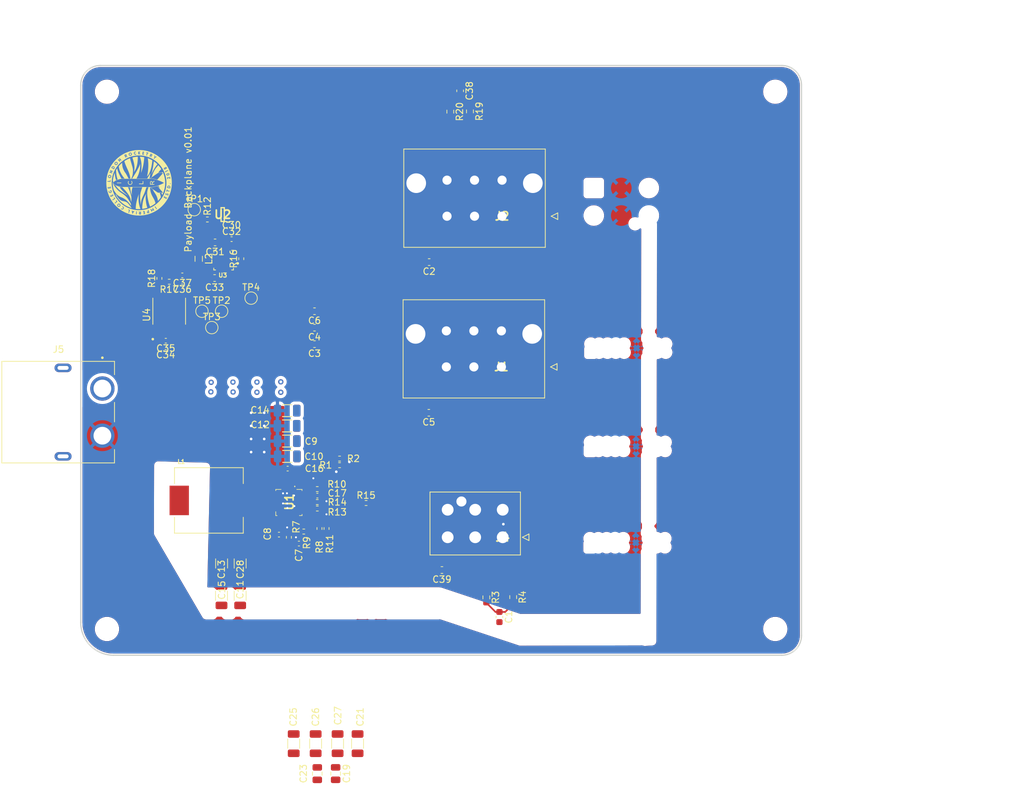
<source format=kicad_pcb>
(kicad_pcb (version 20240108) (generator "pcbnew") (generator_version "8.0")
  (layers (0 "F.Cu" signal) (1 "In1.Cu" power) (2 "In2.Cu" power) (31 "B.Cu" signal) (34 "B.Paste" user) (35 "F.Paste" user) (36 "B.SilkS" user "B.Silkscreen") (37 "F.SilkS" user "F.Silkscreen") (38 "B.Mask" user) (39 "F.Mask" user) (44 "Edge.Cuts" user))
  (net 0 "")
  (net 1 "GND")
  (net 2 "/buckC/VDD")
  (net 3 "Net-(U1-V_DRV)")
  (net 4 "+12V")
  (net 5 "+3.3V")
  (net 6 "/buckC/BOOT")
  (net 7 "Net-(C17-Pad2)")
  (net 8 "/buckC/SW")
  (net 9 "/buckC/EN")
  (net 10 "/BuckPGOOD")
  (net 11 "/buckC/PGOOD")
  (net 12 "/buckC/FB")
  (net 13 "/buckC/PHASE")
  (net 14 "Net-(U1-MODE_2)")
  (net 15 "Net-(U1-_MODE_1)")
  (net 19 "Net-(C1-Pad1)")
  (net 20 "/power/BBIN")
  (net 21 "/power/BIAS")
  (net 22 "/power/BBOUT")
  (net 23 "+3V3")
  (net 24 "Net-(C38-Pad2)")
  (net 25 "CAN_L")
  (net 26 "CAN_H")
  (net 27 "/power/LX1")
  (net 28 "/power/LX2")
  (net 29 "Net-(U2-ST)")
  (net 30 "VBUS")
  (net 31 "/power/SEL")
  (net 32 "/power/FBIn")
  (net 33 "RBUS_uC_V")
  (net 34 "/buckC/BUCK_EN")
  (footprint "Capacitor_SMD:C_1206_3216Metric" (layer "F.Cu") (at 126.2 161.5 90)
    (property "Reference" "C27")
    (property "Value" "DNP" (hide yes))
  )
  (footprint "Capacitor_SMD:C_0603_1608Metric" (layer "F.Cu") (at 107.429109 90.4355 180)
    (property "Reference" "C33")
    (property "Value" "22uF" (hide yes))
  )
  (footprint "Capacitor_SMD:C_0402_1005Metric" (layer "F.Cu") (at 117.253 129.595 180)
    (property "Reference" "C8")
    (property "Value" "4.7uF" (hide yes))
  )
  (footprint "TestPoint:TestPoint_Pad_D1.5mm" (layer "F.Cu") (at 113 93.5)
    (property "Reference" "TP4")
    (property "Value" "TestPoint" (hide yes))
  )
  (footprint "TestPoint:TestPoint_Pad_D1.5mm" (layer "F.Cu") (at 107 98)
    (property "Reference" "TP3")
    (property "Value" "TestPoint" (hide yes))
  )
  (footprint "Capacitor_SMD:C_0603_1608Metric" (layer "F.Cu") (at 140.175 88 180)
    (property "Reference" "C2")
    (property "Value" "C_Small")
  )
  (footprint "iclr:46010-06YY" (layer "F.Cu") (at 151.3 81)
    (property "Reference" "J2")
    (property "Value" "46010-0622" (hide yes))
  )
  (footprint "Resistor_SMD:R_0402_1005Metric" (layer "F.Cu") (at 99 90.49 90)
    (property "Reference" "R18")
    (property "Value" "10k" (hide yes))
  )
  (footprint "iclr:AMASS_XT60PW-F" (layer "F.Cu") (at 90.3 110.9 -90)
    (property "Reference" "J5")
    (property "Value" "XT60PW-F" (hide yes))
  )
  (footprint "Resistor_SMD:R_0402_1005Metric" (layer "F.Cu") (at 126.5 118)
    (property "Reference" "R2")
    (property "Value" "2.2k" (hide yes))
  )
  (footprint "Capacitor_SMD:C_0603_1608Metric" (layer "F.Cu") (at 122.675 100.52 180)
    (property "Reference" "C3")
    (property "Value" "C_Small")
  )
  (footprint "iclr:SOIC127P599X175-9N" (layer "F.Cu") (at 100.5 95.5 90)
    (property "Reference" "U4")
    (property "Value" "SC4215" (hide yes))
  )
  (footprint "Resistor_SMD:R_0603_1608Metric" (layer "F.Cu") (at 153 139.135 -90)
    (property "Reference" "R4")
    (property "Value" "60.4" (hide yes))
  )
  (footprint "Capacitor_SMD:C_0402_1005Metric" (layer "F.Cu") (at 102.48 91 180)
    (property "Reference" "C36")
    (property "Value" "10uF" (hide yes))
  )
  (footprint "Resistor_SMD:R_0402_1005Metric" (layer "F.Cu") (at 123.103 125.615)
    (property "Reference" "R13")
    (property "Value" "200k" (hide yes))
  )
  (footprint "iclr:CONV_MAX77827AEFD+T" (layer "F.Cu") (at 108.8 87.7 180)
    (property "Reference" "U3")
    (property "Value" "MAX77827AEFD+T" (hide yes))
  )
  (footprint "Capacitor_SMD:C_0805_2012Metric" (layer "F.Cu") (at 125.9 166.07 -90)
    (property "Reference" "C19")
    (property "Value" "DNP" (hide yes))
  )
  (footprint "Capacitor_SMD:C_1206_3216Metric" (layer "F.Cu") (at 119.5 161.5 90)
    (property "Reference" "C25")
    (property "Value" "DNP" (hide yes))
  )
  (footprint "Resistor_SMD:R_0402_1005Metric" (layer "F.Cu") (at 124.513 128.665 90)
    (property "Reference" "R11")
    (property "Value" "90k" (hide yes))
  )
  (footprint "Capacitor_SMD:C_0805_2012Metric" (layer "F.Cu") (at 123.1 166.075 -90)
    (property "Reference" "C23")
    (property "Value" "DNP" (hide yes))
  )
  (footprint "Resistor_SMD:R_0402_1005Metric" (layer "F.Cu") (at 100.5 91 180)
    (property "Reference" "R17")
    (property "Value" "56k" (hide yes))
  )
  (footprint "Capacitor_SMD:C_1206_3216Metric" (layer "F.Cu") (at 129.25 161.5 90)
    (property "Reference" "C21")
    (property "Value" "DNP" (hide yes))
  )
  (footprint "Capacitor_SMD:C_1206_3216Metric" (layer "F.Cu") (at 111.33 138.925 -90)
    (property "Reference" "C28")
    (property "Value" "47uF" (hide yes))
  )
  (footprint "Capacitor_SMD:C_1206_3216Metric" (layer "F.Cu") (at 111.33 134.005 90)
    (property "Reference" "C11")
    (property "Value" "47uF" (hide yes))
  )
  (footprint "Capacitor_SMD:C_1206_3216Metric" (layer "F.Cu") (at 108.48 138.925 -90)
    (property "Reference" "C13")
    (property "Value" "47uF" (hide yes))
  )
  (footprint "Capacitor_SMD:C_1206_3216Metric" (layer "F.Cu") (at 118.51 115.33 180)
    (property "Reference" "C18" (hide yes))
    (property "Value" "DNP" (hide yes))
  )
  (footprint "MountingHole:MountingHole_3.2mm_M3" (layer "F.Cu") (at 193 144)
    (property "Reference" "H3" (hide yes))
    (property "Value" "MountingHole" (hide yes))
  )
  (footprint "Resistor_SMD:R_0402_1005Metric" (layer "F.Cu") (at 126.5 119 180)
    (property "Reference" "R1")
    (property "Value" "1.5k" (hide yes))
  )
  (footprint "Capacitor_SMD:C_0402_1005Metric" (layer "F.Cu") (at 99.96 101 180)
    (property "Reference" "C34")
    (property "Value" "10uF" (hide yes))
  )
  (footprint "Resistor_SMD:R_0402_1005Metric" (layer "F.Cu") (at 121.039194 129.132159)
    (property "Reference" "R9")
    (property "Value" "10k" (hide yes))
  )
  (footprint "Capacitor_SMD:C_1206_3216Metric" (layer "F.Cu") (at 118.523 117.655 180)
    (property "Reference" "C10")
    (property "Value" "47uF" (hide yes))
  )
  (footprint "Resistor_SMD:R_0402_1005Metric" (layer "F.Cu") (at 111.5 87.49 90)
    (property "Reference" "R16")
    (property "Value" "14k" (hide yes))
  )
  (footprint "Capacitor_SMD:C_0402_1005Metric" (layer "F.Cu") (at 118.58 119.52 180)
    (property "Reference" "C16")
    (property "Value" "100nF" (hide yes))
  )
  (footprint "Capacitor_SMD:C_0603_1608Metric" (layer "F.Cu") (at 107.5 85 180)
    (property "Reference" "C31")
    (property "Value" "10uF" (hide yes))
  )
  (footprint "Capacitor_SMD:C_0402_1005Metric" (layer "F.Cu") (at 102.5 90.03 180)
    (property "Reference" "C37")
    (property "Value" "0.1uF" (hide yes))
  )
  (footprint "Capacitor_SMD:C_0402_1005Metric" (layer "F.Cu") (at 110.02 84.5)
    (property "Reference" "C32")
    (property "Value" "1uF" (hide yes))
  )
  (footprint "Capacitor_SMD:C_0603_1608Metric" (layer "F.Cu") (at 142.125 135 180)
    (property "Reference" "C39")
    (property "Value" "C_Small")
  )
  (footprint "Capacitor_SMD:C_1206_3216Metric" (layer "F.Cu") (at 108.5 134 90)
    (property "Reference" "C15")
    (property "Value" "47uF" (hide yes))
  )
  (footprint "Resistor_SMD:R_0402_1005Metric" (layer "F.Cu") (at 118.763 130.01 90)
    (property "Reference" "R7")
    (property "Value" "10k" (hide yes))
  )
  (footprint "Capacitor_SMD:C_0402_1005Metric" (layer "F.Cu") (at 99.98 100 180)
    (property "Reference" "C35")
    (property "Value" "4.7uF" (hide yes))
  )
  (footprint "Capacitor_SMD:C_1206_3216Metric" (layer "F.Cu") (at 122.85 161.5 90)
    (property "Reference" "C26")
    (property "Value" "DNP" (hide yes))
  )
  (footprint "Capacitor_SMD:C_1206_3216Metric" (layer "F.Cu") (at 118.49 113 180)
    (property "Reference" "C12")
    (property "Value" "DNP" (hide yes))
  )
  (footprint "Capacitor_SMD:C_1206_3216Metric" (layer "F.Cu") (at 118.495 110.68 180)
    (property "Reference" "C24" (hide yes))
    (property "Value" "DNP" (hide yes))
  )
  (footprint "TestPoint:TestPoint_Pad_D1.5mm" (layer "F.Cu") (at 105.5 95.5)
    (property "Reference" "TP5")
    (property "Value" "TestPoint" (hide yes))
  )
  (footprint "Resistor_SMD:R_0603_1608Metric" (layer "F.Cu") (at 146.4 65 -90)
    (property "Reference" "R19")
    (property "Value" "60.4")
  )
  (footprint "iclr:IND_SPM10065VT-3R3M-D" (layer "F.Cu") (at 106.555 124.38)
    (property "Reference" "L1")
    (property "Value" "1.5uH")
  )
  (footprint "Resistor_SMD:R_0402_1005Metric" (layer "F.Cu") (at 123.093 122.655)
    (property "Reference" "R10")
    (property "Value" "2.2" (hide yes))
  )
  (footprint "Resistor_SMD:R_0402_1005Metric" (layer "F.Cu") (at 123.093 124.635)
    (property "Reference" "R14")
    (property "Value" "100k" (hide yes))
  )
  (footprint "Capacitor_SMD:C_0603_1608Metric" (layer "F.Cu") (at 122.675 95.5 180)
    (property "Reference" "C6")
    (property "Value" "C_Small")
  )
  (footprint "MountingHole:MountingHole_3.2mm_M3" (layer "F.Cu") (at 91 144)
    (property "Reference" "H4" (hide yes))
    (property "Value" "MountingHole" (hide yes))
  )
  (footprint "MountingHole:MountingHole_3.2mm_M3" (layer "F.Cu") (at 91 62)
    (property "Reference" "H1" (hide yes))
    (property "Value" "MountingHole" (hide yes))
  )
  (footprint "Capacitor_SMD:C_0402_1005Metric" (layer "F.Cu") (at 120.298231 130.961699 180)
    (property "Reference" "C7")
    (property "Value" "1uF" (hide yes))
  )
  (footprint "iclr:SiC437BEDT1GE3" (layer "F.Cu") (at 118.769 124.694 -90)
    (property "Reference" "U1")
    (property "Value" "SiC437BED-T1-GE3" (hide yes))
  )
  (footprint "Capacitor_SMD:C_1206_3216Metric" (layer "F.Cu") (at 118.49 113 180)
    (property "Reference" "C22" (hide yes))
    (property "Value" "DNP" (hide yes))
  )
  (footprint "Capacitor_SMD:C_0603_1608Metric" (layer "F.Cu") (at 144.9 61.865 -90)
    (property "Reference" "C38")
    (property "Value" "C_Small" (hide yes))
  )
  (footprint "Resistor_SMD:R_0603_1608Metric" (layer "F.Cu") (at 143.4 65.04 -90)
    (property "Reference" "R20")
    (property "Value" "60.4")
  )
  (footprint "iclr:iclr_logo_estd2018_10mm" (layer "F.Cu") (at 95.9 75.9 90)
    (property "Reference" "LOGO1" (hide yes))
    (property "Value" "ICLR LOGO" (hide yes))
  )
  (footprint "Resistor_SMD:R_0402_1005Metric" (layer "F.Cu") (at 123.433 128.665 90)
    (property "Reference" "R8")
    (property "Value" "90k" (hide yes))
  )
  (footprint "Resistor_SMD:R_0402_1005Metric" (layer "F.Cu") (at 106.324 81.5)
    (property "Reference" "R12")
    (property "Value" "10k" (hide yes))
  )
  (footprint "Resistor_SMD:R_0603_1608Metric" (layer "F.Cu") (at 148.9 139.175 -90)
    (property "Reference" "R3")
    (property "Value" "60.4" (hide yes))
  )
  (footprint "Inductor_SMD:L_0805_2012Metric" (layer "F.Cu") (at 105 87.5 -90)
    (property "Reference" "L2")
    (property "Value" "1uH" (hide yes))
  )
  (footprint "Capacitor_SMD:C_0603_1608Metric" (layer "F.Cu") (at 140.125 111 180)
    (property "Reference" "C5")
    (property "Value" "C_Small")
  )
  (footprint "iclr:SOTFL50P160X60-8N" (layer "F.Cu") (at 108.662 80.75 180)
    (property "Reference" "U2")
    (property "Value" "LM66200DRLR" (hide yes))
  )
  (footprint "Capacitor_SMD:C_1206_3216Metric" (layer "F.Cu") (at 118.51 115.33 180)
    (property "Reference" "C9")
    (property "Value" "47uF" (hide yes))
  )
  (footprint "TestPoint:TestPoint_Pad_D1.5mm" (layer "F.Cu") (at 108.5 95.5)
    (property "Reference" "TP2")
    (property "Value" "TestPoint" (hide yes))
  )
  (footprint "iclr:46010-06YY" (layer "F.Cu") (at 151.2 104)
    (property "Reference" "J1")
    (property "Value" "46010-0622" (hide yes))
  )
  (footprint "Capacitor_SMD:C_0603_1608Metric" (layer "F.Cu") (at 150.9 142.175 -90)
    (property "Reference" "C1")
    (property "Value" "C_Small" (hide yes))
  )
  (footprint "Capacitor_SMD:C_0402_1005Metric" (layer "F.Cu") (at 110 83.5)
    (property "Reference" "C30")
    (property "Value" "10uF" (hide yes))
  )
  (footprint "Capacitor_SMD:C_0402_1005Metric" (layer "F.Cu") (at 123.113 123.645)
    (property "Reference" "C17")
    (property "Value" "0.1uF" (hide yes))
  )
  (footprint "iclr:212520-1006" (layer "F.Cu") (at 151.4 130)
    (property "Reference" "J4")
    (property "Value" "212520-1006" (hide yes))
  )
  (footprint "TestPoint:TestPoint_Pad_D1.5mm" (layer "F.Cu") (at 104.324 80)
    (property "Reference" "TP1")
    (property "Value" "TestPoint" (hide yes))
  )
  (footprint "Resistor_SMD:R_0402_1005Metric" (layer "F.Cu") (at 130.548 124.775)
    (property "Reference" "R15")
    (property "Value" "10k" (hide yes))
  )
  (footprint "Capacitor_SMD:C_0603_1608Metric" (layer "F.Cu") (at 122.675 98.01 180)
    (property "Reference" "C4")
    (property "Value" "C_Small")
  )
  (footprint "MountingHole:MountingHole_3.2mm_M3" (layer "F.Cu") (at 193 62)
    (property "Reference" "H2" (hide yes))
    (property "Value" "MountingHole" (hide yes))
  )
  (footprint "Capacitor_SMD:C_1206_3216Metric" (layer "F.Cu") (at 118.523 117.655 180)
    (property "Reference" "C20" (hide yes))
    (property "Value" "DNP" (hide yes))
  )
  (footprint "Capacitor_SMD:C_1206_3216Metric" (layer "F.Cu") (at 118.495 110.68 180)
    (property "Reference" "C14")
    (property "Value" "DNP" (hide yes))
  )
  (gr_line (start 151.4 98.5) (end 150.9 98.5) (stroke (width 0.2)) (layer "F.Cu") (net 4))
  (gr_arc (start 197 145) (mid 196.12132 147.12132) (end 194 148) (stroke (width 0.2)) (layer "Edge.Cuts"))
  (gr_line (start 87 61) (end 87 143) (stroke (width 0.2)) (layer "Edge.Cuts"))
  (gr_line (start 197 61) (end 197 145) (stroke (width 0.2)) (layer "Edge.Cuts"))
  (gr_line (start 194 148) (end 92 148) (stroke (width 0.2)) (layer "Edge.Cuts"))
  (gr_arc (start 92 148) (mid 88.464467 146.535534) (end 87 143) (stroke (width 0.2)) (layer "Edge.Cuts"))
  (gr_arc (start 87 61) (mid 87.87868 58.87868) (end 90 58) (stroke (width 0.2)) (layer "Edge.Cuts"))
  (gr_arc (start 194 58) (mid 196.12132 58.87868) (end 197 61) (stroke (width 0.2)) (layer "Edge.Cuts"))
  (gr_line (start 90 58) (end 194 58) (stroke (width 0.2)) (layer "Edge.Cuts"))
  (gr_text "Payload Backplane v0.01" (at 103.4 76.9 90) (layer "F.SilkS") (effects (font (size 1 1))))
  (segment (start 119.600431 125.237431) (end 119.600431 125.242953) (width 0.25) (layer "F.Cu") (net 1))
  (segment (start 120.523 128.023) (end 120.523 129) (width 0.25) (layer "F.Cu") (net 1))
  (segment (start 123.738 124.5) (end 123.603 124.635) (width 0.25) (layer "F.Cu") (net 1))
  (segment (start 151.2 104) (end 151.4 104) (width 0.25) (layer "F.Cu") (net 1))
  (segment (start 119.600431 125.242953) (end 119.605953 125.242953) (width 0.25) (layer "F.Cu") (net 1))
  (segment (start 119.588 125.225) (end 119.600431 125.237431) (width 0.25) (layer "F.Cu") (net 1))
  (segment (start 119.663 125.3) (end 119.663 126.675) (width 0.25) (layer "F.Cu") (net 1))
  (segment (start 124.5 124.5) (end 123.738 124.5) (width 0.25) (layer "F.Cu") (net 1))
  (segment (start 151.6 104.2) (end 151.6 104) (width 0.2) (layer "F.Cu") (net 1))
  (segment (start 151.3 81) (end 151.4 81) (width 0.25) (layer "F.Cu") (net 1))
  (segment (start 119.605953 125.242953) (end 119.663 125.3) (width 0.25) (layer "F.Cu") (net 1))
  (segment (start 119.663 126.675) (end 119.663 127.163) (width 0.25) (layer "F.Cu") (net 1))
  (segment (start 119.663 127.163) (end 120.523 128.023) (width 0.25) (layer "F.Cu") (net 1))
  (via (at 113 111) (size 0.8) (drill 0.4) (layers "F.Cu" "B.Cu") (net 1))
  (via (at 115 113) (size 0.8) (drill 0.4) (layers "F.Cu" "B.Cu") (net 1))
  (via (at 119.600431 125.242953) (size 0.45) (drill 0.3) (layers "F.Cu" "B.Cu") (net 1))
  (via (at 115 115) (size 0.8) (drill 0.4) (layers "F.Cu" "B.Cu") (net 1))
  (via (at 115 111) (size 0.8) (drill 0.4) (layers "F.Cu" "B.Cu") (net 1))
  (via (at 113 115) (size 0.8) (drill 0.4) (layers "F.Cu" "B.Cu") (net 1))
  (via (at 113 113) (size 0.8) (drill 0.4) (layers "F.Cu" "B.Cu") (net 1))
  (via (at 118.472292 123.286483) (size 0.45) (drill 0.3) (layers "F.Cu" "B.Cu") (net 1))
  (via (at 115 117) (size 0.8) (drill 0.4) (layers "F.Cu" "B.Cu") (net 1))
  (via (at 117.872367 123.296826) (size 0.45) (drill 0.3) (layers "F.Cu" "B.Cu") (net 1))
  (via (at 118.503323 124.8587) (size 0.45) (drill 0.3) (layers "F.Cu" "B.Cu") (net 1))
  (via (at 118.534353 125.541374) (size 0.45) (drill 0.3) (layers "F.Cu" "B.Cu") (net 1))
  (via (at 117.872367 124.838013) (size 0.45) (drill 0.3) (layers "F.Cu" "B.Cu") (net 1))
  (via (at 124.5 124.5) (size 0.45) (drill 0.3) (layers "F.Cu" "B.Cu") (net 1))
  (via (at 113 117) (size 0.8) (drill 0.4) (layers "F.Cu" "B.Cu") (net 1))
  (segment (start 123.757047 125.242953) (end 124.5 124.5) (width 0.25) (layer "B.Cu") (net 1))
  (segment (start 119.600431 125.242953) (end 123.757047 125.242953) (width 0.25) (layer "B.Cu") (net 1))
  (segment (start 119.818231 129.981699) (end 119.844015 130.005399) (width 0.25) (layer "F.Cu") (net 2))
  (segment (start 119.818231 130.5) (end 119.798231 130.52) (width 0.25) (layer "F.Cu") (net 2))
  (segment (start 119.818231 128.862231) (end 119.818231 130.5) (width 0.25) (layer "F.Cu") (net 2))
  (segment (start 119.798231 130.52) (end 118.763 130.52) (width 0.25) (layer "F.Cu") (net 2))
  (segment (start 119.213 128.257) (end 119.818231 128.862231) (width 0.25) (layer "F.Cu") (net 2))
  (segment (start 119.844015 130.005399) (end 119.818231 130.961699) (width 0.25) (layer "F.Cu") (net 2))
  (segment (start 123.613 125.615) (end 123.615 125.615) (width 0.25) (layer "F.Cu") (net 2))
  (segment (start 119.213 126.675) (end 119.213 128.257) (width 0.25) (layer "F.Cu") (net 2))
  (segment (start 123.615 125.615) (end 124.5 126.5) (width 0.25) (layer "F.Cu") (net 2))
  (via (at 124.5 126.5) (size 0.45) (drill 0.3) (layers "F.Cu" "B.Cu") (net 2))
  (via (at 119.844015 130.005399) (size 0.45) (drill 0.3) (layers "F.Cu" "B.Cu") (net 2))
  (segment (start 120.994601 130.005399) (end 124.5 126.5) (width 0.25) (layer "B.Cu") (net 2))
  (segment (start 119.844015 130.005399) (end 120.994601 130.005399) (width 0.25) (layer "B.Cu") (net 2))
  (segment (start 116.773 128.996638) (end 117.863 127.906638) (width 0.25) (layer "F.Cu") (net 3))
  (segment (start 116.773 129.595) (end 116.773 128.996638) (width 0.25) (layer "F.Cu") (net 3))
  (segment (start 117.863 127.906638) (end 117.863 126.675) (width 0.25) (layer "F.Cu") (net 3))
  (segment (start 119.588 123.513) (end 119.588 123.563) (width 0.25) (layer "F.Cu") (net 4))
  (segment (start 151.4 75.5) (end 152.9 77) (width 0.25) (layer "F.Cu") (net 4))
  (segment (start 152.9 97) (end 151.4 98.5) (width 0.25) (layer "F.Cu") (net 4))
  (segment (start 120.188 124.163) (end 119.588 123.563) (width 0.25) (layer "F.Cu") (net 4))
  (segment (start 151.4 125.8) (end 151.4 127.9) (width 0.25) (layer "F.Cu") (net 4))
  (segment (start 151.4 98.5) (end 151.2 98.5) (width 0.25) (layer "F.Cu") (net 4))
  (segment (start 122.101 121) (end 119.588 123.513) (width 0.25) (layer "F.Cu") (net 4))
  (segment (start 153.4 100.7) (end 153.4 118) (width 0.25) (layer "F.Cu") (net 4))
  (segment (start 151.4 127.9) (end 151.5 128) (width 0.25) (layer "F.Cu") (net 4))
  (segment (start 120.775 124.163) (end 120.188 124.163) (width 0.25) (layer "F.Cu") (net 4))
  (segment (start 151.4 120) (end 151.4 125.8) (width 0.25) (layer "F.Cu") (net 4))
  (segment (start 153.4 118) (end 151.4 120) (width 0.25) (layer "F.Cu") (net 4))
  (segment (start 122.5 121) (end 122.101 121) (width 0.25) (layer "F.Cu") (net 4))
  (segment (start 152.9 77) (end 152.9 97) (width 0.25) (layer "F.Cu") (net 4))
  (segment (start 151.3 75.5) (end 151.4 75.5) (width 0.25) (layer "F.Cu") (net 4))
  (segment (start 151.2 98.5) (end 153.4 100.7) (width 0.25) (layer "F.Cu") (net 4))
  (via (at 119.558363 123.627819) (size 0.45) (drill 0.3) (layers "F.Cu" "B.Cu") (net 4))
  (via (at 117.53 106.28) (size 0.8) (drill 0.4) (layers "F.Cu" "B.Cu") (net 4))
  (via (at 151.5 128) (size 0.8) (drill 0.4) (layers "F.Cu" "B.Cu") (net 4))
  (via (at 110.25 107.83) (size 0.8) (drill 0.4) (layers "F.Cu" "B.Cu") (net 4))
  (via (at 122.5 121) (size 0.45) (drill 0.3) (layers "F.Cu" "B.Cu") (net 4))
  (via (at 106.9 106.35) (size 0.8) (drill 0.4) (layers "F.Cu" "B.Cu") (net 4))
  (via (at 110.23 106.32) (size 0.8) (drill 0.4) (layers "F.Cu" "B.Cu") (net 4))
  (via (at 117.53 107.87) (size 0.8) (drill 0.4) (layers "F.Cu" "B.Cu") (net 4))
  (via (at 106.86 107.81) (size 0.8) (drill 0.4) (layers "F.Cu" "B.Cu") (net 4))
  (via (at 113.89 106.32) (size 0.8) (drill 0.4) (layers "F.Cu" "B.Cu") (net 4))
  (via (at 113.89 107.87) (size 0.8) (drill 0.4) (layers "F.Cu" "B.Cu") (net 4))
  (segment (start 130.5 128) (end 151.5 128) (width 0.25) (layer "B.Cu") (net 4))
  (segment (start 122.5 121) (end 123.5 121) (width 0.25) (layer "B.Cu") (net 4))
  (segment (start 123.5 121) (end 130.5 128) (width 0.25) (layer "B.Cu") (net 4))
  (segment (start 140.9 83) (end 142.95 80.95) (width 0.25) (layer "F.Cu") (net 5))
  (segment (start 123.433 128.155) (end 124.513 128.155) (width 0.25) (layer "F.Cu") (net 5))
  (segment (start 142.5 104.1) (end 140.9 102.5) (width 0.25) (layer "F.Cu") (net 5))
  (segment (start 142.9 130.1) (end 143 130) (width 0.1) (layer "F.Cu") (net 5))
  (segment (start 140.9 102.5) (end 140.9 83) (width 0.25) (layer "F.Cu") (net 5))
  (segment (start 120.775 126.213) (end 121.491 126.213) (width 0.25) (layer "F.Cu") (net 5))
  (segment (start 140.9 105.9) (end 140.9 127.9) (width 0.25) (layer "F.Cu") (net 5))
  (segment (start 121.491 126.213) (end 123.433 128.155) (width 0.25) (layer "F.Cu") (net 5))
  (segment (start 142.9 135) (end 142.9 130.1) (width 0.25) (layer "F.Cu") (net 5))
  (segment (start 140.9 127.9) (end 143 130) (width 0.25) (layer "F.Cu") (net 5))
  (segment (start 142.8 104) (end 140.9 105.9) (width 0.25) (layer "F.Cu") (net 5))
  (segment (start 122.565 123.713) (end 120.775 123.713) (width 0.25) (layer "F.Cu") (net 6))
  (segment (start 122.633 123.645) (end 122.565 123.713) (width 0.25) (layer "F.Cu") (net 6))
  (segment (start 118.763 128.237) (end 118.5 128.5) (width 0.25) (layer "F.Cu") (net 11))
  (segment (start 125.99 119.99) (end 126 120) (width 0.25) (layer "F.Cu") (net 11))
  (segment (start 118.763 128.763) (end 118.763 129.5) (width 0.25) (layer "F.Cu") (net 11))
  (segment (start 118.763 126.675) (end 118.763 128.237) (width 0.25) (layer "F.Cu") (net 11))
  (segment (start 118.5 128.5) (end 118.763 128.763) (width 0.25) (layer "F.Cu") (net 11))
  (segment (start 125.99 119) (end 125.99 119.99) (width 0.25) (layer "F.Cu") (net 11))
  (via (at 118.5 128.5) (size 0.45) (drill 0.3) (layers "F.Cu" "B.Cu") (net 11))
  (via (at 126 120) (size 0.8) (drill 0.4) (layers "F.Cu" "B.Cu") (net 11))
  (via (at 128 118.5) (size 0.8) (drill 0.4) (layers "F.Cu" "B.Cu") (net 11))
  (segment (start 114 128.5) (end 118.5 128.5) (width 0.25) (layer "B.Cu") (net 11))
  (segment (start 114 124.5) (end 114 128.5) (width 0.25) (layer "B.Cu") (net 11))
  (segment (start 118.5 120) (end 114 124.5) (width 0.25) (layer "B.Cu") (net 11))
  (segment (start 126 120) (end 118.5 120) (width 0.25) (layer "B.Cu") (net 11))
  (segment (start 120.113 126.675) (end 120.175 126.675) (width 0.25) (layer "F.Cu") (net 12))
  (segment (start 120.175 126.675) (end 121.543 128.043) (width 0.25) (layer "F.Cu") (net 12))
  (segment (start 121.592035 129.175) (end 121.549194 129.132159) (width 0.25) (layer "F.Cu") (net 12))
  (segment (start 121.543 128.043) (end 121.543 129) (width 0.25) (layer "F.Cu") (net 12))
  (segment (start 124.513 129.175) (end 121.592035 129.175) (width 0.25) (layer "F.Cu") (net 12))
  (segment (start 121.975 123.263) (end 122.583 122.655) (width 0.25) (layer "F.Cu") (net 13))
  (segment (start 120.775 123.263) (end 121.975 123.263) (width 0.25) (layer "F.Cu") (net 13))
  (segment (start 122.593 125.615) (end 122.291 125.313) (width 0.25) (layer "F.Cu") (net 14))
  (segment (start 122.291 125.313) (end 120.775 125.313) (width 0.25) (layer "F.Cu") (net 14))
  (segment (start 121.003 124.635) (end 120.775 124.863) (width 0.25) (layer "F.Cu") (net 15))
  (segment (start 122.583 124.635) (end 121.003 124.635) (width 0.25) (layer "F.Cu") (net 15))
  (segment (start 150.3 141.4) (end 148.9 140) (width 0.25) (layer "F.Cu") (net 19))
  (segment (start 151.775 141.4) (end 153.215 139.96) (width 0.25) (layer "F.Cu") (net 19))
  (segment (start 150.9 141.4) (end 150.3 141.4) (width 0.25) (layer "F.Cu") (net 19))
  (segment (start 150.9 141.4) (end 151.775 141.4) (width 0.25) (layer "F.Cu") (net 19))
  (segment (start 146.4 64.175) (end 146.4 64.14) (width 0.1) (layer "F.Cu") (net 24))
  (segment (start 146.4 64.14) (end 144.9 62.64) (width 0.25) (layer "F.Cu") (net 24))
  (segment (start 144.9 62.715) (end 144.9 62.64) (width 0.1) (layer "F.Cu") (net 24))
  (segment (start 143.4 64.215) (end 144.9 62.715) (width 0.25) (layer "F.Cu") (net 24))
  (segment (start 147.1 65.925) (end 147.1 75.5) (width 0.25) (layer "F.Cu") (net 25))
  (segment (start 147 65.825) (end 147.1 65.925) (width 0.25) (layer "F.Cu") (net 25))
  (segment (start 146.4 65.825) (end 147 65.825) (width 0.25) (layer "F.Cu") (net 25))
  (segment (start 147.2 119.8) (end 147.2 125.8) (width 0.25) (layer "F.Cu") (net 25))
  (segment (start 148.9 97) (end 147.4 98.5) (width 0.2) (layer "F.Cu") (net 25))
  (segment (start 147.4 75.5) (end 148.9 77) (width 0.2) (layer "F.Cu") (net 25))
  (segment (start 147 98.5) (end 148.9 100.4) (width 0.25) (layer "F.Cu") (net 25))
  (segment (start 147.1 75.5) (end 147.4 75.5) (width 0.25) (layer "F.Cu") (net 25))
  (segment (start 148.9 100.4) (end 148.9 118.1) (width 0.25) (layer "F.Cu") (net 25))
  (segment (start 149.4 128) (end 149.4 136.175) (width 0.25) (layer "F.Cu") (net 25))
  (segment (start 147 98.5) (end 147.4 98.5) (width 0.25) (layer "F.Cu") (net 25))
  (segment (start 149.4 136.175) (end 151.535 138.31) (width 0.25) (layer "F.Cu") (net 25))
  (segment (start 151.535 138.31) (end 153 138.31) (width 0.25) (layer "F.Cu") (net 25))
  (segment (start 148.9 118.1) (end 147.2 119.8) (width 0.25) (layer "F.Cu") (net 25))
  (segment (start 148.9 97) (end 148.9 77) (width 0.2) (layer "F.Cu") (net 25))
  (segment (start 147.4 75.5) (end 148.4 76.5) (width 0.25) (layer "F.Cu") (net 25))
  (segment (start 147.2 125.8) (end 149.4 128) (width 0.25) (layer "F.Cu") (net 25))
  (segment (start 144.9 118) (end 144.6 118.3) (width 0.25) (layer "F.Cu") (net 26))
  (segment (start 144.6 118.3) (end 142.9 120) (width 0.25) (layer "F.Cu") (net 26))
  (segment (start 143.4 98.5) (end 144.9 97) (width 0.2) (layer "F.Cu") (net 26))
  (segment (start 143.4 75.5) (end 144.9 77) (width 0.2) (layer "F.Cu") (net 26))
  (segment (start 143 126.1) (end 143 125.8) (width 0.1) (layer "F.Cu") (net 26))
  (segment (start 142.8 98.5) (end 143.4 98.5) (width 0.25) (layer "F.Cu") (net 26))
  (segment (start 143 98.6) (end 144.9 100.5) (width 0.25) (layer "F.Cu") (net 26))
  (segment (start 142.9 75.5) (end 143.4 75.5) (width 0.25) (layer "F.Cu") (net 26))
  (segment (start 144.9 128) (end 143 126.1) (width 0.25) (layer "F.Cu") (net 26))
  (segment (start 142.9 65.865) (end 143.4 65.865) (width 0.25) (layer "F.Cu") (net 26))
  (segment (start 142.9 120) (end 142.9 126) (width 0.25) (layer "F.Cu") (net 26))
  (segment (start 144.9 136.175) (end 144.9 128) (width 0.25) (layer "F.Cu") (net 26))
  (segment (start 144.9 97) (end 144.9 77) (width 0.2) (layer "F.Cu") (net 26))
  (segment (start 148.9 138.35) (end 147.075 138.35) (width 0.25) (layer "F.Cu") (net 26))
  (segment (start 144.9 100.5) (end 144.9 118) (width 0.25) (layer "F.Cu") (net 26))
  (segment (start 147.075 138.35) (end 144.9 136.175) (width 0.25) (layer "F.Cu") (net 26))
  (segment (start 142.9 65.865) (end 142.9 75.5) (width 0.25) (layer "F.Cu") (net 26))
  (zone (net 1) (net_name "GND") (layers "F.Cu" "In1.Cu" "B.Cu") (priority 1) (connect_pads yes (clearance 0.5)) (min_thickness 0.25) (fill yes (thermal_gap 0.5) (thermal_bridge_width 0.5))
    (polygon (pts (xy 207 149) (xy 207 55) (xy 86 55) (xy 86 149)))
  )
  (zone (net 1) (net_name "GND") (layer "B.Cu") (priority 4) (connect_pads (clearance 0.5)) (min_thickness 0.25) (fill yes (thermal_gap 0.5) (thermal_bridge_width 0.5))
    (polygon (pts (xy 207 150) (xy 86 149) (xy 86 55) (xy 207 55)))
  )
)
</source>
